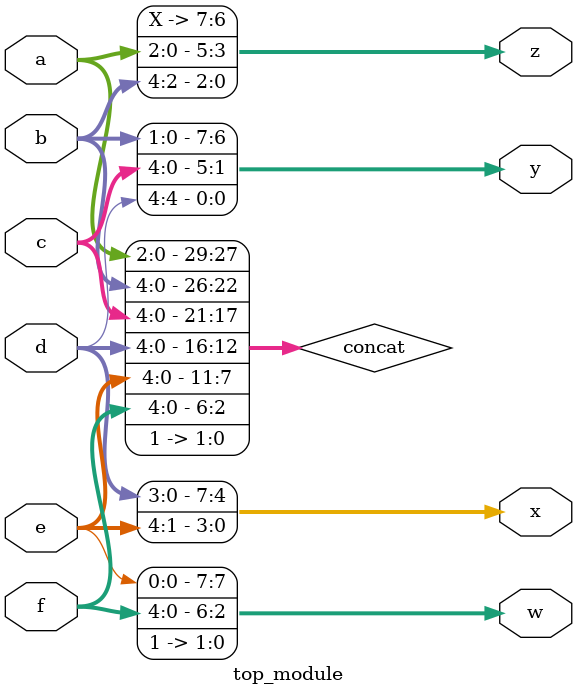
<source format=sv>
module top_module (
    input [4:0] a,
    input [4:0] b,
    input [4:0] c,
    input [4:0] d,
    input [4:0] e,
    input [4:0] f,
    output [7:0] w,
    output [7:0] x,
    output [7:0] y,
    output [7:0] z
);

wire [29:0] concat;

assign concat = {a, b, c, d, e, f, 2'b11};

assign w = concat[7:0];
assign x = concat[15:8];
assign y = concat[23:16];
assign z = concat[31:24];

endmodule

</source>
